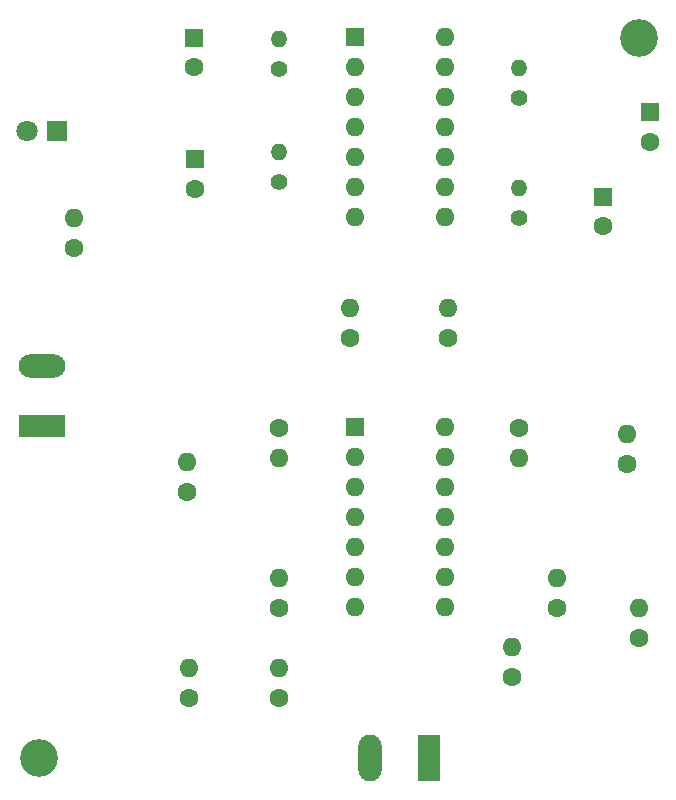
<source format=gbr>
%TF.GenerationSoftware,KiCad,Pcbnew,6.0.11+dfsg-1~bpo11+1*%
%TF.CreationDate,2023-11-18T19:09:39+01:00*%
%TF.ProjectId,lux106_001,6c757831-3036-45f3-9030-312e6b696361,rev?*%
%TF.SameCoordinates,Original*%
%TF.FileFunction,Soldermask,Bot*%
%TF.FilePolarity,Negative*%
%FSLAX46Y46*%
G04 Gerber Fmt 4.6, Leading zero omitted, Abs format (unit mm)*
G04 Created by KiCad (PCBNEW 6.0.11+dfsg-1~bpo11+1) date 2023-11-18 19:09:39*
%MOMM*%
%LPD*%
G01*
G04 APERTURE LIST*
%ADD10C,1.400000*%
%ADD11O,1.400000X1.400000*%
%ADD12C,1.600000*%
%ADD13O,1.600000X1.600000*%
%ADD14R,3.960000X1.980000*%
%ADD15O,3.960000X1.980000*%
%ADD16R,1.600000X1.600000*%
%ADD17R,1.800000X1.800000*%
%ADD18C,1.800000*%
%ADD19C,3.200000*%
%ADD20R,1.980000X3.960000*%
%ADD21O,1.980000X3.960000*%
G04 APERTURE END LIST*
D10*
%TO.C,R11*%
X167640000Y-66040000D03*
D11*
X167640000Y-63500000D03*
%TD*%
D12*
%TO.C,R1*%
X139519962Y-99401221D03*
D13*
X139519962Y-96861221D03*
%TD*%
D14*
%TO.C,BT1*%
X127185000Y-93810000D03*
D15*
X127185000Y-88810000D03*
%TD*%
D12*
%TO.C,R9*%
X176718544Y-97030000D03*
D13*
X176718544Y-94490000D03*
%TD*%
D12*
%TO.C,R16*%
X167011380Y-115128681D03*
D13*
X167011380Y-112588681D03*
%TD*%
D16*
%TO.C,C4*%
X174690000Y-74455580D03*
D12*
X174690000Y-76955580D03*
%TD*%
D16*
%TO.C,U1*%
X153680000Y-60955000D03*
D13*
X153680000Y-63495000D03*
X153680000Y-66035000D03*
X153680000Y-68575000D03*
X153680000Y-71115000D03*
X153680000Y-73655000D03*
X153680000Y-76195000D03*
X161300000Y-76195000D03*
X161300000Y-73655000D03*
X161300000Y-71115000D03*
X161300000Y-68575000D03*
X161300000Y-66035000D03*
X161300000Y-63495000D03*
X161300000Y-60955000D03*
%TD*%
D12*
%TO.C,R3*%
X153310000Y-86360000D03*
D13*
X153310000Y-83820000D03*
%TD*%
D16*
%TO.C,C3*%
X178717500Y-67290000D03*
D12*
X178717500Y-69790000D03*
%TD*%
D16*
%TO.C,C1*%
X140092500Y-60960000D03*
D12*
X140092500Y-63460000D03*
%TD*%
D16*
%TO.C,C2*%
X140140000Y-71248015D03*
D12*
X140140000Y-73748015D03*
%TD*%
D17*
%TO.C,D1*%
X128460064Y-68904392D03*
D18*
X125920064Y-68904392D03*
%TD*%
D12*
%TO.C,R8*%
X167640000Y-93980000D03*
D13*
X167640000Y-96520000D03*
%TD*%
D12*
%TO.C,R13*%
X129900000Y-78776728D03*
D13*
X129900000Y-76236728D03*
%TD*%
D12*
%TO.C,R7*%
X170840000Y-109220000D03*
D13*
X170840000Y-106680000D03*
%TD*%
D10*
%TO.C,R6*%
X147320000Y-63620000D03*
D11*
X147320000Y-61080000D03*
%TD*%
D19*
%TO.C,REF\u002A\u002A*%
X177800000Y-60960000D03*
%TD*%
D10*
%TO.C,R4*%
X147320000Y-73220000D03*
D11*
X147320000Y-70680000D03*
%TD*%
D12*
%TO.C,R2*%
X147320000Y-93980000D03*
D13*
X147320000Y-96520000D03*
%TD*%
D19*
%TO.C,REF\u002A\u002A*%
X127000000Y-121920000D03*
%TD*%
D16*
%TO.C,U2*%
X153680000Y-93975000D03*
D13*
X153680000Y-96515000D03*
X153680000Y-99055000D03*
X153680000Y-101595000D03*
X153680000Y-104135000D03*
X153680000Y-106675000D03*
X153680000Y-109215000D03*
X161300000Y-109215000D03*
X161300000Y-106675000D03*
X161300000Y-104135000D03*
X161300000Y-101595000D03*
X161300000Y-99055000D03*
X161300000Y-96515000D03*
X161300000Y-93975000D03*
%TD*%
D12*
%TO.C,R10*%
X161620000Y-86360000D03*
D13*
X161620000Y-83820000D03*
%TD*%
D12*
%TO.C,R14*%
X139700000Y-116840000D03*
D13*
X139700000Y-114300000D03*
%TD*%
D10*
%TO.C,R12*%
X167640000Y-76200000D03*
D11*
X167640000Y-73660000D03*
%TD*%
D12*
%TO.C,R15*%
X147320000Y-116840000D03*
D13*
X147320000Y-114300000D03*
%TD*%
D12*
%TO.C,R5*%
X147320000Y-109220000D03*
D13*
X147320000Y-106680000D03*
%TD*%
D20*
%TO.C,J1*%
X160020000Y-121920000D03*
D21*
X155020000Y-121920000D03*
%TD*%
D12*
%TO.C,R17*%
X177800000Y-111760000D03*
D13*
X177800000Y-109220000D03*
%TD*%
M02*

</source>
